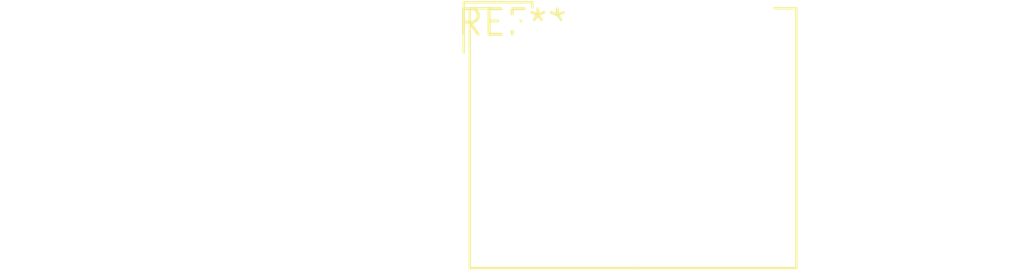
<source format=kicad_pcb>
(kicad_pcb (version 20240108) (generator pcbnew)
  (layers (0 "F.Cu" signal) (31 "B.Cu" signal) (34 "B.Paste" user) (35 "F.Paste" user) (36 "B.SilkS" user "B.Silkscreen") (37 "F.SilkS" user "F.Silkscreen") (38 "B.Mask" user) (39 "F.Mask" user) (44 "Edge.Cuts" user))
  (net 0 "")
  (footprint "JST_PUD_S14B-PUDSS-1_2x07_P2.00mm_Horizontal" (layer "F.Cu") (at 0 0)
    (property "Reference" "REF**")
    (property "Value" "JST_PUD_S14B-PUDSS-1_2x07_P2.00mm_Horizontal")
    (fp_line (start -2.41 -1.01) (end -2.41 1.49) (layer "F.SilkS") (stroke (width 0.12)))
    (fp_line (start -2.11 -0.71) (end -2.11 12.21) (layer "F.SilkS") (stroke (width 0.12)))
    (fp_line (start -2.11 12.21) (end 6 12.21) (layer "F.SilkS") (stroke (width 0.12)))
    (fp_line (start -1 -0.71) (end -2.11 -0.71) (layer "F.SilkS") (stroke (width 0.12)))
    (fp_line (start 1 -1.01) (end -2.41 -1.01) (layer "F.SilkS") (stroke (width 0.12)))
    (fp_line (start 1 -0.76) (end 1 -1.01) (layer "F.SilkS") (stroke (width 0.12)))
    (fp_line (start 13 -0.71) (end 14.11 -0.71) (layer "F.SilkS") (stroke (width 0.12)))
    (fp_line (start 14.11 -0.71) (end 14.11 12.21) (layer "F.SilkS") (stroke (width 0.12)))
    (fp_line (start 14.11 12.21) (end 6 12.21) (layer "F.SilkS") (stroke (width 0.12)))
    (pad "" np_thru_hole circle (at -0.9 9.7) (size 1.65 1.65) (drill 1.65) (layers *.Cu *.Mask))
    (pad "" np_thru_hole circle (at 12.9 9.7) (size 1.65 1.65) (drill 1.65) (layers *.Cu *.Mask))
    (pad "1" thru_hole roundrect (at 0 0) (size 1.2 1.2) (drill 0.75) (layers *.Cu *.Mask) (remove_unused_layers) (roundrect_rratio 0.208333))
    (pad "2" thru_hole circle (at 0 2) (size 1.2 1.2) (drill 0.75) (layers *.Cu *.Mask) (remove_unused_layers))
    (pad "3" thru_hole circle (at 2 0) (size 1.2 1.2) (drill 0.75) (layers *.Cu *.Mask) (remove_unused_layers))
    (pad "4" thru_hole circle (at 2 2) (size 1.2 1.2) (drill 0.75) (layers *.Cu *.Mask) (remove_unused_layers))
    (pad "5" thru_hole circle (at 4 0) (size 1.2 1.2) (drill 0.75) (layers *.Cu *.Mask) (remove_unused_layers))
    (pad "6" thru_hole circle (at 4 2) (size 1.2 1.2) (drill 0.75) (layers *.Cu *.Mask) (remove_unused_layers))
    (pad "7" thru_hole circle (at 6 0) (size 1.2 1.2) (drill 0.75) (layers *.Cu *.Mask) (remove_unused_layers))
    (pad "8" thru_hole circle (at 6 2) (size 1.2 1.2) (drill 0.75) (layers *.Cu *.Mask) (remove_unused_layers))
    (pad "9" thru_hole circle (at 8 0) (size 1.2 1.2) (drill 0.75) (layers *.Cu *.Mask) (remove_unused_layers))
    (pad "10" thru_hole circle (at 8 2) (size 1.2 1.2) (drill 0.75) (layers *.Cu *.Mask) (remove_unused_layers))
    (pad "11" thru_hole circle (at 10 0) (size 1.2 1.2) (drill 0.75) (layers *.Cu *.Mask) (remove_unused_layers))
    (pad "12" thru_hole circle (at 10 2) (size 1.2 1.2) (drill 0.75) (layers *.Cu *.Mask) (remove_unused_layers))
    (pad "13" thru_hole circle (at 12 0) (size 1.2 1.2) (drill 0.75) (layers *.Cu *.Mask) (remove_unused_layers))
    (pad "14" thru_hole circle (at 12 2) (size 1.2 1.2) (drill 0.75) (layers *.Cu *.Mask) (remove_unused_layers))
  )
)
</source>
